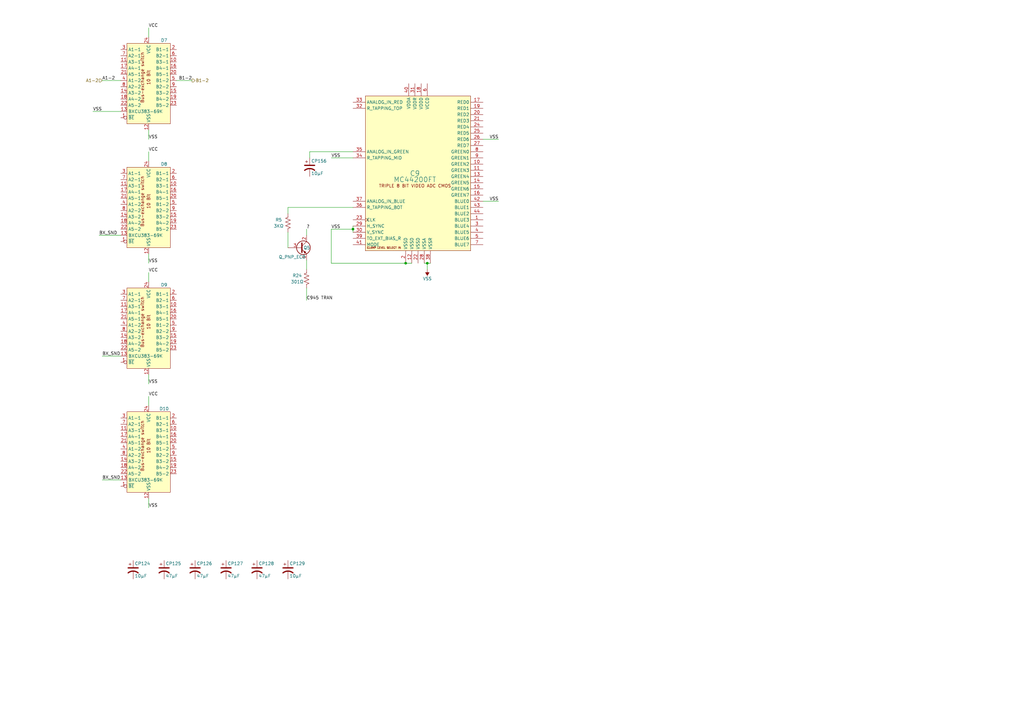
<source format=kicad_sch>
(kicad_sch (version 20211123) (generator eeschema)
  (paper "A3")
  (lib_symbols
    (symbol "CU383-69K_1"
      (property "Reference" "H1" (at 6.35 17.78 0))
      (property "Value" "CU383-69K_1" (at 0 -11.43 0))
      (symbol "CU383-69K_1_0_0"
        (text "10 Bit" (at 0 2.54 900) (effects (font (size 1.27 1.27))))
        (text "Bus-exchange switch" (at -2.54 2.54 900) (effects (font (size 1.27 1.27))))
      )
      (symbol "CU383-69K_1_0_1"
        (rectangle (start -8.89 16.51) (end 8.89 -16.51) (stroke (width 0.1524)) (fill (type background)))
      )
      (symbol "CU383-69K_1_1_1"
        (pin input inverted (at -11.43 -13.97 0) (length 2.54) (name "~{BE}") (number "1"))
        (pin bidirectional line (at 11.43 8.89 180) (length 2.54) (name "B3-1") (number "10"))
        (pin bidirectional line (at -11.43 8.89 0) (length 2.54) (name "A3-1") (number "11"))
        (pin power_in line (at 0 -19.05 90) (length 2.54) (name "VSS") (number "12"))
        (pin input line (at -11.43 -11.43 0) (length 2.54) (name "BX") (number "13"))
        (pin bidirectional line (at -11.43 -3.81 0) (length 2.54) (name "A3-2") (number "14"))
        (pin bidirectional line (at 11.43 -3.81 180) (length 2.54) (name "B3-2") (number "15"))
        (pin bidirectional line (at 11.43 6.35 180) (length 2.54) (name "B4-1") (number "16"))
        (pin bidirectional line (at -11.43 6.35 0) (length 2.54) (name "A4-1") (number "17"))
        (pin bidirectional line (at -11.43 -6.35 0) (length 2.54) (name "A4-2") (number "18"))
        (pin bidirectional line (at 11.43 -6.35 180) (length 2.54) (name "B4-2") (number "19"))
        (pin bidirectional line (at 11.43 13.97 180) (length 2.54) (name "B1-1") (number "2"))
        (pin bidirectional line (at 11.43 3.81 180) (length 2.54) (name "B5-1") (number "20"))
        (pin bidirectional line (at -11.43 3.81 0) (length 2.54) (name "A5-1") (number "21"))
        (pin bidirectional line (at -11.43 -8.89 0) (length 2.54) (name "A5-2") (number "22"))
        (pin bidirectional line (at 11.43 -8.89 180) (length 2.54) (name "B5-2") (number "23"))
        (pin power_in line (at 0 19.05 270) (length 2.54) (name "VCC") (number "24"))
        (pin bidirectional line (at -11.43 13.97 0) (length 2.54) (name "A1-1") (number "3"))
        (pin bidirectional line (at -11.43 1.27 0) (length 2.54) (name "A1-2") (number "4"))
        (pin bidirectional line (at 11.43 1.27 180) (length 2.54) (name "B1-2") (number "5"))
        (pin bidirectional line (at 11.43 11.43 180) (length 2.54) (name "B2-1") (number "6"))
        (pin bidirectional line (at -11.43 11.43 0) (length 2.54) (name "A2-1") (number "7"))
        (pin bidirectional line (at -11.43 -1.27 0) (length 2.54) (name "A2-2") (number "8"))
        (pin bidirectional line (at 11.43 -1.27 180) (length 2.54) (name "B2-2") (number "9"))
      )
    )
    (symbol "CU383-69K_2"
      (property "Reference" "H1" (at 6.35 17.78 0))
      (property "Value" "CU383-69K_2" (at 0 -11.43 0))
      (symbol "CU383-69K_2_0_0"
        (text "10 Bit" (at 0 2.54 900) (effects (font (size 1.27 1.27))))
        (text "Bus-exchange switch" (at -2.54 2.54 900) (effects (font (size 1.27 1.27))))
      )
      (symbol "CU383-69K_2_0_1"
        (rectangle (start -8.89 16.51) (end 8.89 -16.51) (stroke (width 0.1524)) (fill (type background)))
      )
      (symbol "CU383-69K_2_1_1"
        (pin input inverted (at -11.43 -13.97 0) (length 2.54) (name "~{BE}") (number "1"))
        (pin bidirectional line (at 11.43 8.89 180) (length 2.54) (name "B3-1") (number "10"))
        (pin bidirectional line (at -11.43 8.89 0) (length 2.54) (name "A3-1") (number "11"))
        (pin power_in line (at 0 -19.05 90) (length 2.54) (name "VSS") (number "12"))
        (pin input line (at -11.43 -11.43 0) (length 2.54) (name "BX") (number "13"))
        (pin bidirectional line (at -11.43 -3.81 0) (length 2.54) (name "A3-2") (number "14"))
        (pin bidirectional line (at 11.43 -3.81 180) (length 2.54) (name "B3-2") (number "15"))
        (pin bidirectional line (at 11.43 6.35 180) (length 2.54) (name "B4-1") (number "16"))
        (pin bidirectional line (at -11.43 6.35 0) (length 2.54) (name "A4-1") (number "17"))
        (pin bidirectional line (at -11.43 -6.35 0) (length 2.54) (name "A4-2") (number "18"))
        (pin bidirectional line (at 11.43 -6.35 180) (length 2.54) (name "B4-2") (number "19"))
        (pin bidirectional line (at 11.43 13.97 180) (length 2.54) (name "B1-1") (number "2"))
        (pin bidirectional line (at 11.43 3.81 180) (length 2.54) (name "B5-1") (number "20"))
        (pin bidirectional line (at -11.43 3.81 0) (length 2.54) (name "A5-1") (number "21"))
        (pin bidirectional line (at -11.43 -8.89 0) (length 2.54) (name "A5-2") (number "22"))
        (pin bidirectional line (at 11.43 -8.89 180) (length 2.54) (name "B5-2") (number "23"))
        (pin power_in line (at 0 19.05 270) (length 2.54) (name "VCC") (number "24"))
        (pin bidirectional line (at -11.43 13.97 0) (length 2.54) (name "A1-1") (number "3"))
        (pin bidirectional line (at -11.43 1.27 0) (length 2.54) (name "A1-2") (number "4"))
        (pin bidirectional line (at 11.43 1.27 180) (length 2.54) (name "B1-2") (number "5"))
        (pin bidirectional line (at 11.43 11.43 180) (length 2.54) (name "B2-1") (number "6"))
        (pin bidirectional line (at -11.43 11.43 0) (length 2.54) (name "A2-1") (number "7"))
        (pin bidirectional line (at -11.43 -1.27 0) (length 2.54) (name "A2-2") (number "8"))
        (pin bidirectional line (at 11.43 -1.27 180) (length 2.54) (name "B2-2") (number "9"))
      )
    )
    (symbol "CU383-69K_3"
      (property "Reference" "H1" (at 6.35 17.78 0))
      (property "Value" "CU383-69K_3" (at 0 -11.43 0))
      (symbol "CU383-69K_3_0_0"
        (text "10 Bit" (at 0 2.54 900) (effects (font (size 1.27 1.27))))
        (text "Bus-exchange switch" (at -2.54 2.54 900) (effects (font (size 1.27 1.27))))
      )
      (symbol "CU383-69K_3_0_1"
        (rectangle (start -8.89 16.51) (end 8.89 -16.51) (stroke (width 0.1524)) (fill (type background)))
      )
      (symbol "CU383-69K_3_1_1"
        (pin input inverted (at -11.43 -13.97 0) (length 2.54) (name "~{BE}") (number "1"))
        (pin bidirectional line (at 11.43 8.89 180) (length 2.54) (name "B3-1") (number "10"))
        (pin bidirectional line (at -11.43 8.89 0) (length 2.54) (name "A3-1") (number "11"))
        (pin power_in line (at 0 -19.05 90) (length 2.54) (name "VSS") (number "12"))
        (pin input line (at -11.43 -11.43 0) (length 2.54) (name "BX") (number "13"))
        (pin bidirectional line (at -11.43 -3.81 0) (length 2.54) (name "A3-2") (number "14"))
        (pin bidirectional line (at 11.43 -3.81 180) (length 2.54) (name "B3-2") (number "15"))
        (pin bidirectional line (at 11.43 6.35 180) (length 2.54) (name "B4-1") (number "16"))
        (pin bidirectional line (at -11.43 6.35 0) (length 2.54) (name "A4-1") (number "17"))
        (pin bidirectional line (at -11.43 -6.35 0) (length 2.54) (name "A4-2") (number "18"))
        (pin bidirectional line (at 11.43 -6.35 180) (length 2.54) (name "B4-2") (number "19"))
        (pin bidirectional line (at 11.43 13.97 180) (length 2.54) (name "B1-1") (number "2"))
        (pin bidirectional line (at 11.43 3.81 180) (length 2.54) (name "B5-1") (number "20"))
        (pin bidirectional line (at -11.43 3.81 0) (length 2.54) (name "A5-1") (number "21"))
        (pin bidirectional line (at -11.43 -8.89 0) (length 2.54) (name "A5-2") (number "22"))
        (pin bidirectional line (at 11.43 -8.89 180) (length 2.54) (name "B5-2") (number "23"))
        (pin power_in line (at 0 19.05 270) (length 2.54) (name "VCC") (number "24"))
        (pin bidirectional line (at -11.43 13.97 0) (length 2.54) (name "A1-1") (number "3"))
        (pin bidirectional line (at -11.43 1.27 0) (length 2.54) (name "A1-2") (number "4"))
        (pin bidirectional line (at 11.43 1.27 180) (length 2.54) (name "B1-2") (number "5"))
        (pin bidirectional line (at 11.43 11.43 180) (length 2.54) (name "B2-1") (number "6"))
        (pin bidirectional line (at -11.43 11.43 0) (length 2.54) (name "A2-1") (number "7"))
        (pin bidirectional line (at -11.43 -1.27 0) (length 2.54) (name "A2-2") (number "8"))
        (pin bidirectional line (at 11.43 -1.27 180) (length 2.54) (name "B2-2") (number "9"))
      )
    )
    (symbol "Device:C_Polarized_US" (pin_numbers hide) (pin_names (offset 0.254) hide)
      (property "Reference" "C" (at 0.635 2.54 0))
      (property "Value" "C_Polarized_US" (at 0.635 -2.54 0))
      (symbol "C_Polarized_US_0_1"
        (polyline (pts (xy -2.032 0.762) (xy 2.032 0.762)) (stroke (width 0.508)))
        (polyline (pts (xy -1.778 2.286) (xy -0.762 2.286)))
        (polyline (pts (xy -1.27 1.778) (xy -1.27 2.794)))
        (arc (start 2.032 -1.27) (mid 0 -0.5572) (end -2.032 -1.27) (stroke (width 0.508)))
      )
      (symbol "C_Polarized_US_1_1"
        (pin passive line (at 0 3.81 270) (length 2.794) (name "~") (number "1"))
        (pin passive line (at 0 -3.81 90) (length 3.302) (name "~") (number "2"))
      )
    )
    (symbol "Device:Q_PNP_ECB" (pin_names (offset 0) hide)
      (property "Reference" "Q" (at 5.08 1.27 0))
      (property "Value" "Q_PNP_ECB" (at 5.08 -1.27 0))
      (symbol "Q_PNP_ECB_0_1"
        (polyline (pts (xy 0.635 0.635) (xy 2.54 2.54)))
        (polyline (pts (xy 0.635 -0.635) (xy 2.54 -2.54) (xy 2.54 -2.54)))
        (polyline (pts (xy 0.635 1.905) (xy 0.635 -1.905) (xy 0.635 -1.905)) (stroke (width 0.508)))
        (polyline (pts (xy 2.286 -1.778) (xy 1.778 -2.286) (xy 1.27 -1.27) (xy 2.286 -1.778) (xy 2.286 -1.778)) (fill (type outline)))
        (circle (center 1.27 0) (radius 2.8194) (stroke (width 0.254)))
      )
      (symbol "Q_PNP_ECB_1_1"
        (pin passive line (at 2.54 -5.08 90) (length 2.54) (name "E") (number "1"))
        (pin passive line (at 2.54 5.08 270) (length 2.54) (name "C") (number "2"))
        (pin input line (at -5.08 0 0) (length 5.715) (name "B") (number "3"))
      )
    )
    (symbol "Device:R_US" (pin_numbers hide) (pin_names (offset 0))
      (property "Reference" "R" (at 2.54 0 90))
      (property "Value" "R_US" (at -2.54 0 90))
      (symbol "R_US_0_1"
        (polyline (pts (xy 0 -2.286) (xy 0 -2.54)))
        (polyline (pts (xy 0 2.286) (xy 0 2.54)))
        (polyline (pts (xy 0 -0.762) (xy 1.016 -1.143) (xy 0 -1.524) (xy -1.016 -1.905) (xy 0 -2.286)))
        (polyline (pts (xy 0 0.762) (xy 1.016 0.381) (xy 0 0) (xy -1.016 -0.381) (xy 0 -0.762)))
        (polyline (pts (xy 0 2.286) (xy 1.016 1.905) (xy 0 1.524) (xy -1.016 1.143) (xy 0 0.762)))
      )
      (symbol "R_US_1_1"
        (pin passive line (at 0 3.81 270) (length 1.27) (name "~") (number "1"))
        (pin passive line (at 0 -3.81 90) (length 1.27) (name "~") (number "2"))
      )
    )
    (symbol "arcade:CU383-69K"
      (property "Reference" "H1" (at 6.35 17.78 0))
      (property "Value" "CU383-69K" (at 0 -11.43 0))
      (symbol "CU383-69K_0_0"
        (text "10 Bit" (at 0 2.54 900) (effects (font (size 1.27 1.27))))
        (text "Bus-exchange switch" (at -2.54 2.54 900) (effects (font (size 1.27 1.27))))
      )
      (symbol "CU383-69K_0_1"
        (rectangle (start -8.89 16.51) (end 8.89 -16.51) (stroke (width 0.1524)) (fill (type background)))
      )
      (symbol "CU383-69K_1_1"
        (pin input inverted (at -11.43 -13.97 0) (length 2.54) (name "~{BE}") (number "1"))
        (pin bidirectional line (at 11.43 8.89 180) (length 2.54) (name "B3-1") (number "10"))
        (pin bidirectional line (at -11.43 8.89 0) (length 2.54) (name "A3-1") (number "11"))
        (pin power_in line (at 0 -19.05 90) (length 2.54) (name "VSS") (number "12"))
        (pin input line (at -11.43 -11.43 0) (length 2.54) (name "BX") (number "13"))
        (pin bidirectional line (at -11.43 -3.81 0) (length 2.54) (name "A3-2") (number "14"))
        (pin bidirectional line (at 11.43 -3.81 180) (length 2.54) (name "B3-2") (number "15"))
        (pin bidirectional line (at 11.43 6.35 180) (length 2.54) (name "B4-1") (number "16"))
        (pin bidirectional line (at -11.43 6.35 0) (length 2.54) (name "A4-1") (number "17"))
        (pin bidirectional line (at -11.43 -6.35 0) (length 2.54) (name "A4-2") (number "18"))
        (pin bidirectional line (at 11.43 -6.35 180) (length 2.54) (name "B4-2") (number "19"))
        (pin bidirectional line (at 11.43 13.97 180) (length 2.54) (name "B1-1") (number "2"))
        (pin bidirectional line (at 11.43 3.81 180) (length 2.54) (name "B5-1") (number "20"))
        (pin bidirectional line (at -11.43 3.81 0) (length 2.54) (name "A5-1") (number "21"))
        (pin bidirectional line (at -11.43 -8.89 0) (length 2.54) (name "A5-2") (number "22"))
        (pin bidirectional line (at 11.43 -8.89 180) (length 2.54) (name "B5-2") (number "23"))
        (pin power_in line (at 0 19.05 270) (length 2.54) (name "VCC") (number "24"))
        (pin bidirectional line (at -11.43 13.97 0) (length 2.54) (name "A1-1") (number "3"))
        (pin bidirectional line (at -11.43 1.27 0) (length 2.54) (name "A1-2") (number "4"))
        (pin bidirectional line (at 11.43 1.27 180) (length 2.54) (name "B1-2") (number "5"))
        (pin bidirectional line (at 11.43 11.43 180) (length 2.54) (name "B2-1") (number "6"))
        (pin bidirectional line (at -11.43 11.43 0) (length 2.54) (name "A2-1") (number "7"))
        (pin bidirectional line (at -11.43 -1.27 0) (length 2.54) (name "A2-2") (number "8"))
        (pin bidirectional line (at 11.43 -1.27 180) (length 2.54) (name "B2-2") (number "9"))
      )
    )
    (symbol "arcade:MC44200FT"
      (property "Reference" "U" (at -1.27 3.81 0))
      (property "Value" "MC44200FT" (at -1.27 1.27 0))
      (symbol "MC44200FT_0_0"
        (text "CLAMP LEVEL SELECT IN" (at -13.97 -26.67 0) (effects (font (size 0.762 0.762))))
        (text "TRIPLE 8 BIT VIDEO ADC CMOS" (at -1.27 -1.27 0) (effects (font (size 1.27 1.27))))
      )
      (symbol "MC44200FT_0_1"
        (rectangle (start -21.59 35.56) (end 21.59 -27.94) (stroke (width 0.1524)) (fill (type background)))
      )
      (symbol "MC44200FT_1_1"
        (pin output line (at 26.67 -15.24 180) (length 5.08) (name "BLUE3") (number "1"))
        (pin output line (at 26.67 7.62 180) (length 5.08) (name "GREEN2") (number "10"))
        (pin output line (at 26.67 5.08 180) (length 5.08) (name "GREEN3") (number "11"))
        (pin power_in line (at -2.54 -33.02 90) (length 5.08) (name "VSSD") (number "12"))
        (pin output line (at 26.67 2.54 180) (length 5.08) (name "GREEN4") (number "13"))
        (pin output line (at 26.67 0 180) (length 5.08) (name "GREEN5") (number "14"))
        (pin output line (at 26.67 -2.54 180) (length 5.08) (name "GREEN6") (number "15"))
        (pin output line (at 26.67 -5.08 180) (length 5.08) (name "GREEN7") (number "16"))
        (pin output line (at 26.67 33.02 180) (length 5.08) (name "RED0") (number "17"))
        (pin power_in line (at 1.27 40.64 270) (length 5.08) (name "VDDD") (number "18"))
        (pin output line (at 26.67 30.48 180) (length 5.08) (name "RED1") (number "19"))
        (pin power_in line (at -5.08 -33.02 90) (length 5.08) (name "VSSD") (number "2"))
        (pin output line (at 26.67 27.94 180) (length 5.08) (name "RED2") (number "20"))
        (pin output line (at 26.67 25.4 180) (length 5.08) (name "RED3") (number "21"))
        (pin power_in line (at 0 -33.02 90) (length 5.08) (name "VSSD") (number "22"))
        (pin input clock (at -26.67 -15.24 0) (length 5.08) (name "CLK") (number "23"))
        (pin output line (at 26.67 22.86 180) (length 5.08) (name "RED4") (number "24"))
        (pin output line (at 26.67 20.32 180) (length 5.08) (name "RED5") (number "25"))
        (pin output line (at 26.67 17.78 180) (length 5.08) (name "RED6") (number "26"))
        (pin output line (at 26.67 15.24 180) (length 5.08) (name "RED7") (number "27"))
        (pin power_in line (at 2.54 -33.02 90) (length 5.08) (name "VSSA") (number "28"))
        (pin input line (at -26.67 -17.78 0) (length 5.08) (name "H_SYNC") (number "29"))
        (pin output line (at 26.67 -17.78 180) (length 5.08) (name "BLUE4") (number "3"))
        (pin input line (at -26.67 -20.32 0) (length 5.08) (name "V_SYNC") (number "30"))
        (pin power_in line (at -1.27 40.64 270) (length 5.08) (name "VDDR") (number "31"))
        (pin input line (at -26.67 30.48 0) (length 5.08) (name "R_TAPPING_TOP") (number "32"))
        (pin input line (at -26.67 33.02 0) (length 5.08) (name "ANALOG_IN_RED") (number "33"))
        (pin input line (at -26.67 10.16 0) (length 5.08) (name "R_TAPPING_MID") (number "34"))
        (pin input line (at -26.67 12.7 0) (length 5.08) (name "ANALOG_IN_GREEN") (number "35"))
        (pin input line (at -26.67 -10.16 0) (length 5.08) (name "R_TAPPING_BOT") (number "36"))
        (pin input line (at -26.67 -7.62 0) (length 5.08) (name "ANALOG_IN_BLUE") (number "37"))
        (pin power_in line (at 5.08 -33.02 90) (length 5.08) (name "VSSR") (number "38"))
        (pin input line (at -26.67 -22.86 0) (length 5.08) (name "TO_EXT_BIAS_R") (number "39"))
        (pin output line (at 26.67 -20.32 180) (length 5.08) (name "BLUE5") (number "4"))
        (pin power_in line (at -3.81 40.64 270) (length 5.08) (name "VDDA") (number "40"))
        (pin input line (at -26.67 -25.4 0) (length 5.08) (name "MODE") (number "41"))
        (pin output line (at 26.67 -7.62 180) (length 5.08) (name "BLUE0") (number "42"))
        (pin output line (at 26.67 -10.16 180) (length 5.08) (name "BLUE1") (number "43"))
        (pin output line (at 26.67 -12.7 180) (length 5.08) (name "BLUE2") (number "44"))
        (pin output line (at 26.67 -22.86 180) (length 5.08) (name "BLUE6") (number "5"))
        (pin power_in line (at 3.81 40.64 270) (length 5.08) (name "VCCD") (number "6"))
        (pin output line (at 26.67 -25.4 180) (length 5.08) (name "BLUE7") (number "7"))
        (pin output line (at 26.67 12.7 180) (length 5.08) (name "GREEN0") (number "8"))
        (pin output line (at 26.67 10.16 180) (length 5.08) (name "GREEN1") (number "9"))
      )
    )
    (symbol "power:VSS" (power) (pin_names (offset 0))
      (property "Value" "VSS" (at 0 3.81 0))
      (symbol "VSS_0_1"
        (polyline (pts (xy 0 0) (xy 0 2.54)))
        (polyline (pts (xy 0.762 1.27) (xy -0.762 1.27) (xy 0 2.54) (xy 0.762 1.27)) (fill (type outline)))
      )
      (symbol "VSS_1_1"
        (pin power_in line (at 0 0 90) (length 0) hide (name "VSS") (number "1"))
      )
    )
  )
  (junction (at 144.78 93.98))
  (junction (at 166.37 107.95))
  (junction (at 175.26 107.95))
  (wire (pts (xy 125.73 118.11) (xy 125.73 123.19)))
  (wire (pts (xy 173.99 107.95) (xy 175.26 107.95)))
  (wire (pts (xy 144.78 92.71) (xy 144.78 93.98)))
  (wire (pts (xy 60.96 57.15) (xy 60.96 53.34)))
  (wire (pts (xy 118.11 95.25) (xy 118.11 101.6)))
  (wire (pts (xy 198.12 82.55) (xy 204.47 82.55)))
  (wire (pts (xy 175.26 107.95) (xy 175.26 110.49)))
  (wire (pts (xy 118.11 85.09) (xy 118.11 87.63)))
  (wire (pts (xy 127 62.23) (xy 144.78 62.23)))
  (wire (pts (xy 144.78 93.98) (xy 144.78 95.25)))
  (wire (pts (xy 60.96 157.48) (xy 60.96 153.67)))
  (wire (pts (xy 72.39 33.02) (xy 78.74 33.02)))
  (wire (pts (xy 135.89 93.98) (xy 135.89 107.95)))
  (wire (pts (xy 41.91 196.85) (xy 49.53 196.85)))
  (wire (pts (xy 60.96 111.76) (xy 60.96 115.57)))
  (wire (pts (xy 38.1 45.72) (xy 49.53 45.72)))
  (wire (pts (xy 60.96 107.95) (xy 60.96 104.14)))
  (wire (pts (xy 166.37 107.95) (xy 168.91 107.95)))
  (wire (pts (xy 144.78 85.09) (xy 118.11 85.09)))
  (wire (pts (xy 60.96 11.43) (xy 60.96 15.24)))
  (wire (pts (xy 60.96 162.56) (xy 60.96 166.37)))
  (wire (pts (xy 125.73 93.98) (xy 125.73 96.52)))
  (wire (pts (xy 41.91 33.02) (xy 49.53 33.02)))
  (wire (pts (xy 127 64.77) (xy 127 62.23)))
  (wire (pts (xy 198.12 57.15) (xy 204.47 57.15)))
  (wire (pts (xy 40.64 96.52) (xy 49.53 96.52)))
  (wire (pts (xy 144.78 93.98) (xy 135.89 93.98)))
  (wire (pts (xy 125.73 106.68) (xy 125.73 110.49)))
  (wire (pts (xy 41.91 146.05) (xy 49.53 146.05)))
  (wire (pts (xy 135.89 107.95) (xy 166.37 107.95)))
  (wire (pts (xy 60.96 62.23) (xy 60.96 66.04)))
  (wire (pts (xy 175.26 107.95) (xy 176.53 107.95)))
  (wire (pts (xy 60.96 208.28) (xy 60.96 204.47)))
  (wire (pts (xy 144.78 64.77) (xy 135.89 64.77)))
  (label "BX_SND" (at 41.91 196.85 0))
  (label "?" (at 125.73 93.98 0))
  (label "VSS" (at 60.96 107.95 0))
  (label "VSS" (at 60.96 57.15 0))
  (label "VSS" (at 38.1 45.72 0))
  (label "VSS" (at 135.89 93.98 0))
  (label "VSS" (at 204.47 57.15 180))
  (label "VCC" (at 60.96 111.76 0))
  (label "VSS" (at 135.89 64.77 0))
  (label "BX_SND" (at 40.64 96.52 0))
  (label "VSS" (at 60.96 208.28 0))
  (label "BX_SND" (at 41.91 146.05 0))
  (label "VSS" (at 204.47 82.55 180))
  (label "VCC" (at 60.96 162.56 0))
  (label "VCC" (at 60.96 62.23 0))
  (label "A1-2" (at 41.91 33.02 0))
  (label "VSS" (at 60.96 157.48 0))
  (label "B1-2" (at 78.74 33.02 180))
  (label "C945 TRAN" (at 125.73 123.19 0))
  (label "VCC" (at 60.96 11.43 0))
  (hierarchical_label "B1-2" (shape output) (at 78.74 33.02 0))
  (hierarchical_label "A1-2" (shape input) (at 41.91 33.02 180))
  (symbol (lib_name "CU383-69K_1") (lib_id "arcade:CU383-69K") (at 60.96 185.42 0) (unit 1)
    (property "Reference" "D10" (at 67.31 167.64 0))
    (property "Value" "CU383-69K" (at 60.96 196.85 0))
    (property "Datasheet" "https://pdf1.alldatasheet.com/datasheet-pdf/view/164801/TI/CU383C.html" (effects hide))
  )
  (symbol (lib_id "power:VSS") (at 175.26 110.49 180) (unit 1)
    (property "Reference" "#PWR?" (effects hide))
    (property "Value" "VSS" (at 175.26 114.3 0))
  )
  (symbol (lib_id "Device:Q_PNP_ECB") (at 123.19 101.6 0) (unit 1)
    (property "Reference" "Q5" (at 124.46 101.6 0) (effects (justify left)))
    (property "Value" "Q_PNP_ECB" (at 114.3 105.41 0) (effects (justify left)))
  )
  (symbol (lib_name "CU383-69K_2") (lib_id "arcade:CU383-69K") (at 60.96 85.09 0) (unit 1)
    (property "Reference" "D8" (at 67.31 67.31 0))
    (property "Value" "CU383-69K" (at 60.96 96.52 0))
    (property "Datasheet" "https://pdf1.alldatasheet.com/datasheet-pdf/view/164801/TI/CU383C.html" (effects hide))
  )
  (symbol (lib_id "Device:C_Polarized_US") (at 92.71 233.68 0) (unit 1)
    (property "Reference" "CP127" (at 93.345 231.14 0) (effects (justify left)))
    (property "Value" "47μF" (at 93.345 236.22 0) (effects (justify left)))
  )
  (symbol (lib_id "Device:C_Polarized_US") (at 80.01 233.68 0) (unit 1)
    (property "Reference" "CP126" (at 80.645 231.14 0) (effects (justify left)))
    (property "Value" "47μF" (at 80.645 236.22 0) (effects (justify left)))
  )
  (symbol (lib_id "Device:C_Polarized_US") (at 127 68.58 0) (unit 1)
    (property "Reference" "CP156" (at 127.635 66.04 0) (effects (justify left)))
    (property "Value" "10μF" (at 127.635 71.12 0) (effects (justify left)))
  )
  (symbol (lib_id "Device:C_Polarized_US") (at 54.61 233.68 0) (unit 1)
    (property "Reference" "CP124" (at 55.245 231.14 0) (effects (justify left)))
    (property "Value" "10μF" (at 55.245 236.22 0) (effects (justify left)))
  )
  (symbol (lib_id "Device:R_US") (at 118.11 91.44 0) (mirror y) (unit 1)
    (property "Reference" "R5" (at 114.3 90.17 0))
    (property "Value" "3KΩ" (at 114.3 92.71 0))
  )
  (symbol (lib_name "CU383-69K_3") (lib_id "arcade:CU383-69K") (at 60.96 34.29 0) (unit 1)
    (property "Reference" "D7" (at 67.31 16.51 0))
    (property "Value" "CU383-69K" (at 60.96 45.72 0))
    (property "Datasheet" "https://pdf1.alldatasheet.com/datasheet-pdf/view/164801/TI/CU383C.html" (effects hide))
  )
  (symbol (lib_id "Device:C_Polarized_US") (at 67.31 233.68 0) (unit 1)
    (property "Reference" "CP125" (at 67.945 231.14 0) (effects (justify left)))
    (property "Value" "47μF" (at 67.945 236.22 0) (effects (justify left)))
  )
  (symbol (lib_id "Device:C_Polarized_US") (at 105.41 233.68 0) (unit 1)
    (property "Reference" "CP128" (at 106.045 231.14 0) (effects (justify left)))
    (property "Value" "47μF" (at 106.045 236.22 0) (effects (justify left)))
  )
  (symbol (lib_id "arcade:CU383-69K") (at 60.96 134.62 0) (unit 1)
    (property "Reference" "D9" (at 67.31 116.84 0))
    (property "Value" "CU383-69K" (at 60.96 146.05 0))
    (property "Datasheet" "https://pdf1.alldatasheet.com/datasheet-pdf/view/164801/TI/CU383C.html" (effects hide))
  )
  (symbol (lib_id "Device:C_Polarized_US") (at 118.11 233.68 0) (unit 1)
    (property "Reference" "CP129" (at 118.745 231.14 0) (effects (justify left)))
    (property "Value" "10μF" (at 118.745 236.22 0) (effects (justify left)))
  )
  (symbol (lib_id "Device:R_US") (at 125.73 114.3 0) (mirror y) (unit 1)
    (property "Reference" "R24" (at 121.92 113.03 0))
    (property "Value" "301Ω" (at 121.92 115.57 0))
  )
  (symbol (lib_id "arcade:MC44200FT") (at 171.45 74.93 0) (unit 1)
    (property "Reference" "C9" (at 170.18 71.12 0) (effects (font (size 2.032 2.032))))
    (property "Value" "MC44200FT" (at 170.18 73.66 0) (effects (font (size 2.032 2.032))))
    (property "Datasheet" "https://html.alldatasheet.net/html-pdf/156023/MOTOROLA/MC44250FN/386/1/MC44250FN.html" (effects hide))
  )
)
</source>
